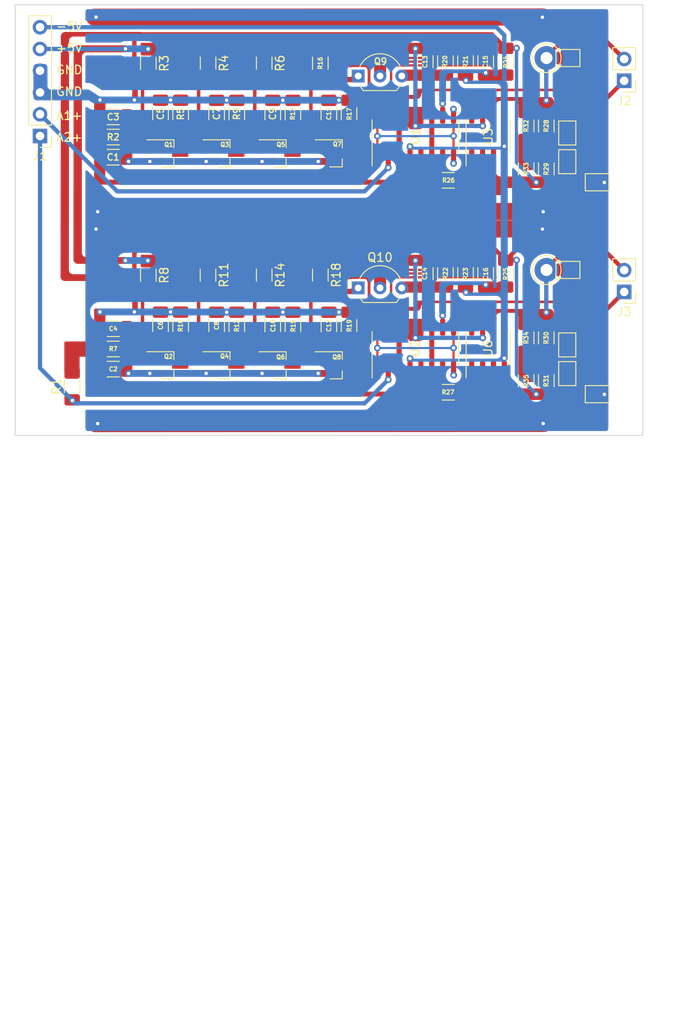
<source format=kicad_pcb>
(kicad_pcb (version 20211014) (generator pcbnew)
  (layers (0 "F.Cu" signal) (31 "B.Cu" signal) (34 "B.Paste" user) (35 "F.Paste" user) (36 "B.SilkS" user "B.Silkscreen") (37 "F.SilkS" user "F.Silkscreen") (38 "B.Mask" user) (39 "F.Mask" user) (44 "Edge.Cuts" user))
  (net 0 "")
  (net 1 "Net-(C1-Pad1)")
  (net 2 "Net-(C1-Pad2)")
  (net 3 "Net-(Q1-Pad1)")
  (net 4 "GNDA")
  (net 5 "Net-(C5-Pad1)")
  (net 6 "Net-(C7-Pad1)")
  (net 7 "Net-(C9-Pad1)")
  (net 8 "Net-(C11-Pad1)")
  (net 9 "+5V")
  (net 10 "Net-(C13-Pad2)")
  (net 11 "Net-(C15-Pad1)")
  (net 12 "Net-(C15-Pad2)")
  (net 13 "Net-(JP1-Pad1)")
  (net 14 "Net-(JP1-Pad2)")
  (net 15 "Net-(JP2-Pad2)")
  (net 16 "Net-(JP5-Pad1)")
  (net 17 "Net-(JP5-Pad2)")
  (net 18 "-5V")
  (net 19 "Net-(R26-Pad1)")
  (net 20 "Net-(R26-Pad2)")
  (net 21 "OSC")
  (net 25 "GND")
  (net 26 "Net-(C2-Pad1)")
  (net 27 "Net-(C2-Pad2)")
  (net 28 "Net-(C6-Pad1)")
  (net 29 "Net-(C8-Pad1)")
  (net 30 "Net-(C10-Pad1)")
  (net 31 "Net-(C12-Pad1)")
  (net 32 "Net-(C14-Pad2)")
  (net 33 "Net-(C16-Pad1)")
  (net 34 "Net-(C16-Pad2)")
  (net 35 "Net-(JP4-Pad1)")
  (net 36 "Net-(JP4-Pad2)")
  (net 37 "Net-(JP6-Pad2)")
  (net 38 "Net-(JP7-Pad1)")
  (net 39 "Net-(JP7-Pad2)")
  (net 40 "Net-(Q10-Pad1)")
  (net 41 "Net-(R27-Pad1)")
  (net 42 "Net-(R27-Pad2)")
  (net 46 "Net-(R1-Pad1)")
  (net 47 "Net-(U1-Pad2)")
  (net 48 "Net-(R28-Pad1)")
  (net 49 "Net-(R30-Pad1)")
  (footprint "Capacitor_SMD:C_1206_3216Metric_Pad1.33x1.80mm_HandSolder" (layer "F.Cu") (at 184.9 122.6475 -90)
    (fp_text reference "R35")
    (fp_text value "1")
  )
  (footprint "Capacitor_SMD:C_1206_3216Metric_Pad1.33x1.80mm_HandSolder" (layer "F.Cu") (at 173.125 110.1475 -90)
    (fp_text reference "C14")
    (fp_text value "220u")
  )
  (footprint "Capacitor_SMD:C_1206_3216Metric_Pad1.33x1.80mm_HandSolder" (layer "F.Cu") (at 175.475 110.1475 -90)
    (fp_text reference "R22")
    (fp_text value "1K3")
  )
  (footprint "Jumper:SolderJumper-2_P1.3mm_Open_TrianglePad1.0x1.5mm" (layer "F.Cu") (at 189.695 118.46 90)
    (fp_text reference "JP6" hide)
    (fp_text value "SolderJumper_2_Open")
  )
  (footprint "Capacitor_SMD:C_1206_3216Metric_Pad1.33x1.80mm_HandSolder" (layer "F.Cu") (at 147.775 85.575 -90)
    (fp_text reference "R4")
    (fp_text value "1K/N")
  )
  (footprint "Capacitor_SMD:C_1206_3216Metric_Pad1.33x1.80mm_HandSolder" (layer "F.Cu") (at 154.325 85.575 -90)
    (fp_text reference "R6")
    (fp_text value "1K/N")
  )
  (footprint "Jumper:SolderJumper-2_P1.3mm_Open_TrianglePad1.0x1.5mm" (layer "F.Cu") (at 189.775 84.975)
    (fp_text reference "JP5" hide)
    (fp_text value "SolderJumper_2_Open" hide)
  )
  (footprint "Capacitor_SMD:C_1206_3216Metric_Pad1.33x1.80mm_HandSolder" (layer "F.Cu") (at 164.225 91.4625 90)
    (fp_text reference "R17")
    (fp_text value "150" hide)
  )
  (footprint "Connector_PinHeader_2.54mm:PinHeader_1x02_P2.54mm_Vertical" (layer "F.Cu") (at 196.342 87.63 180)
    (fp_text reference "J2")
    (fp_text value "Conn_01x02_Male")
  )
  (footprint "Capacitor_SMD:C_1206_3216Metric_Pad1.33x1.80mm_HandSolder" (layer "F.Cu") (at 157.675 91.475 90)
    (fp_text reference "R13")
    (fp_text value "150" hide)
  )
  (footprint "Capacitor_SMD:C_1206_3216Metric_Pad1.33x1.80mm_HandSolder" (layer "F.Cu") (at 131.91 123.31 90)
    (fp_text reference "R1")
    (fp_text value "200")
  )
  (footprint "Capacitor_SMD:C_1206_3216Metric_Pad1.33x1.80mm_HandSolder" (layer "F.Cu") (at 187.25 92.9 -90)
    (fp_text reference "R28")
    (fp_text value "500" hide)
  )
  (footprint "Capacitor_SMD:C_1206_3216Metric_Pad1.33x1.80mm_HandSolder" (layer "F.Cu") (at 187.25 97.9125 -90)
    (fp_text reference "R29")
    (fp_text value "1")
  )
  (footprint "Package_TO_SOT_SMD:SOT-23_Handsoldering" (layer "F.Cu") (at 162.675 120.84)
    (fp_text reference "Q8")
    (fp_text value "2SK2394")
  )
  (footprint "Capacitor_SMD:C_1206_3216Metric_Pad1.33x1.80mm_HandSolder" (layer "F.Cu") (at 136.705 116.57 180)
    (fp_text reference "C4")
    (fp_text value "1n")
  )
  (footprint "Capacitor_SMD:C_1206_3216Metric_Pad1.33x1.80mm_HandSolder" (layer "F.Cu") (at 151.125 91.475 90)
    (fp_text reference "R9")
    (fp_text value "150" hide)
  )
  (footprint "Capacitor_SMD:C_1206_3216Metric_Pad1.33x1.80mm_HandSolder" (layer "F.Cu") (at 187.245 117.64 -90)
    (fp_text reference "R30")
    (fp_text value "500")
  )
  (footprint "Capacitor_SMD:C_1206_3216Metric_Pad1.33x1.80mm_HandSolder" (layer "F.Cu") (at 160.875 110.31 -90)
    (fp_text reference "R18")
    (fp_text value "1K/N")
  )
  (footprint "Capacitor_SMD:C_1206_3216Metric_Pad1.33x1.80mm_HandSolder" (layer "F.Cu") (at 177.825 110.1475 -90)
    (fp_text reference "R23")
    (fp_text value "1K")
  )
  (footprint "Jumper:SolderJumper-2_P1.3mm_Open_TrianglePad1.0x1.5mm" (layer "F.Cu") (at 189.7 93.725 90)
    (fp_text reference "JP2" hide)
    (fp_text value "SolderJumper_2_Open" hide)
  )
  (footprint "Package_TO_SOT_SMD:SOT-23_Handsoldering" (layer "F.Cu") (at 143.025 96.1)
    (fp_text reference "Q1")
    (fp_text value "2SK2394" hide)
  )
  (footprint "Capacitor_SMD:C_1206_3216Metric_Pad1.33x1.80mm_HandSolder" (layer "F.Cu") (at 147.765 110.31 -90)
    (fp_text reference "R11")
    (fp_text value "1K/N")
  )
  (footprint "Jumper:SolderJumper-2_P1.3mm_Open_TrianglePad1.0x1.5mm" (layer "F.Cu") (at 189.775 109.71)
    (fp_text reference "JP7" hide)
    (fp_text value "SolderJumper_2_Open" hide)
  )
  (footprint "Package_SO:SOIC-8_3.9x4.9mm_P1.27mm" (layer "F.Cu") (at 180.45 94.125 90)
    (fp_text reference "U3")
    (fp_text value "LT1097" hide)
  )
  (footprint "Capacitor_SMD:C_1206_3216Metric_Pad1.33x1.80mm_HandSolder" (layer "F.Cu") (at 140.8 85.5875 -90)
    (fp_text reference "R3")
    (fp_text value "1K/N")
  )
  (footprint "TestPoint:TestPoint_Loop_D2.60mm_Drill1.4mm_Beaded" (layer "F.Cu") (at 187.275 84.975)
    (fp_text reference "TP1" hide)
    (fp_text value "TestPoint" hide)
  )
  (footprint "Jumper:SolderJumper-2_P1.3mm_Open_TrianglePad1.0x1.5mm" (layer "F.Cu") (at 189.7 121.81 -90)
    (fp_text reference "JP4" hide)
    (fp_text value "SolderJumper_2_Open" hide)
  )
  (footprint "Package_TO_SOT_SMD:SOT-23_Handsoldering" (layer "F.Cu") (at 156.125 120.84)
    (fp_text reference "Q6")
    (fp_text value "2SK2394")
  )
  (footprint "Capacitor_SMD:C_1206_3216Metric_Pad1.33x1.80mm_HandSolder" (layer "F.Cu") (at 160.875 85.575 -90)
    (fp_text reference "R16")
    (fp_text value "1K/N" hide)
  )
  (footprint "Capacitor_SMD:C_1206_3216Metric_Pad1.33x1.80mm_HandSolder" (layer "F.Cu") (at 144.575 116.1925 90)
    (fp_text reference "R10")
    (fp_text value "150")
  )
  (footprint "Capacitor_SMD:C_1206_3216Metric_Pad1.33x1.80mm_HandSolder" (layer "F.Cu") (at 161.875 116.21 90)
    (fp_text reference "C12")
    (fp_text value "220u")
  )
  (footprint "Capacitor_SMD:C_1206_3216Metric_Pad1.33x1.80mm_HandSolder" (layer "F.Cu") (at 180.175 85.4125 -90)
    (fp_text reference "C15")
    (fp_text value "100n" hide)
  )
  (footprint "Package_SO:SOIC-16_3.9x9.9mm_P1.27mm" (layer "F.Cu") (at 171.98 94.125 90)
    (fp_text reference "U1")
    (fp_text value "DG413xY" hide)
  )
  (footprint "Capacitor_SMD:C_1206_3216Metric_Pad1.33x1.80mm_HandSolder" (layer "F.Cu") (at 155.325 91.475 90)
    (fp_text reference "C9")
    (fp_text value "220u" hide)
  )
  (footprint "Package_SO:SOIC-16_3.9x9.9mm_P1.27mm" (layer "F.Cu") (at 171.98 118.86 90)
    (fp_text reference "U2")
    (fp_text value "DG413xY")
  )
  (footprint "Jumper:SolderJumper-2_P1.3mm_Open_TrianglePad1.0x1.5mm" (layer "F.Cu") (at 193.2 124.21 180)
    (fp_text reference "JP3" hide)
    (fp_text value "SolderJumper_2_Open" hide)
  )
  (footprint "Capacitor_SMD:C_1206_3216Metric_Pad1.33x1.80mm_HandSolder" (layer "F.Cu") (at 180.175 110.1475 -90)
    (fp_text reference "C16")
    (fp_text value "100n" hide)
  )
  (footprint "Capacitor_SMD:C_1206_3216Metric_Pad1.33x1.80mm_HandSolder" (layer "F.Cu") (at 136.7 94.2 180)
    (fp_text reference "R2")
    (fp_text value "1M" hide)
  )
  (footprint "Capacitor_SMD:C_1206_3216Metric_Pad1.33x1.80mm_HandSolder" (layer "F.Cu") (at 187.25 122.6475 -90)
    (fp_text reference "R31")
    (fp_text value "1")
  )
  (footprint "Package_TO_SOT_SMD:SOT-23_Handsoldering" (layer "F.Cu") (at 143.025 120.835)
    (fp_text reference "Q2")
    (fp_text value "2SK2394")
  )
  (footprint "Jumper:SolderJumper-2_P1.3mm_Open_TrianglePad1.0x1.5mm" (layer "F.Cu") (at 193.2 99.475 180)
    (fp_text reference "JP3" hide)
    (fp_text value "SolderJumper_2_Open" hide)
  )
  (footprint "Package_TO_SOT_SMD:SOT-23_Handsoldering" (layer "F.Cu") (at 149.575 96.1)
    (fp_text reference "Q3")
    (fp_text value "2SK2394" hide)
  )
  (footprint "Connector_PinHeader_2.54mm:PinHeader_1x06_P2.54mm_Vertical" (layer "F.Cu") (at 128.16 94.08 180)
    (fp_text reference "J1")
    (fp_text value "Conn_01x06")
  )
  (footprint "Package_TO_SOT_SMD:SOT-23_Handsoldering" (layer "F.Cu") (at 162.675 96.1)
    (fp_text reference "Q7")
    (fp_text value "2SK2394" hide)
  )
  (footprint "Capacitor_SMD:C_1206_3216Metric_Pad1.33x1.80mm_HandSolder" (layer "F.Cu") (at 144.575 91.4625 90)
    (fp_text reference "R5")
    (fp_text value "150" hide)
  )
  (footprint "Capacitor_SMD:C_1206_3216Metric_Pad1.33x1.80mm_HandSolder" (layer "F.Cu") (at 142.225 91.4625 90)
    (fp_text reference "C5")
    (fp_text value "220u" hide)
  )
  (footprint "Capacitor_SMD:C_1206_3216Metric_Pad1.33x1.80mm_HandSolder" (layer "F.Cu") (at 177.825 85.4125 -90)
    (fp_text reference "R21")
    (fp_text value "1K" hide)
  )
  (footprint "Capacitor_SMD:C_1206_3216Metric_Pad1.33x1.80mm_HandSolder" (layer "F.Cu") (at 140.8 110.3225 -90)
    (fp_text reference "R8")
    (fp_text value "1K/N")
  )
  (footprint "Capacitor_SMD:C_1206_3216Metric_Pad1.33x1.80mm_HandSolder" (layer "F.Cu") (at 184.9 117.635 -90)
    (fp_text reference "R34")
    (fp_text value "10K" hide)
  )
  (footprint "Connector_PinHeader_2.54mm:PinHeader_1x02_P2.54mm_Vertical" (layer "F.Cu") (at 196.342 112.273 180)
    (fp_text reference "J3")
    (fp_text value "Conn_01x02_Male")
  )
  (footprint "Capacitor_SMD:C_1206_3216Metric_Pad1.33x1.80mm_HandSolder" (layer "F.Cu") (at 136.7 91.85 180)
    (fp_text reference "C3")
    (fp_text value "1n" hide)
  )
  (footprint "Package_TO_SOT_THT:TO-92L_Inline_Wide" (layer "F.Cu") (at 165.3 87.075)
    (fp_text reference "Q9")
    (fp_text value "BC559C")
  )
  (footprint "Capacitor_SMD:C_1206_3216Metric_Pad1.33x1.80mm_HandSolder" (layer "F.Cu") (at 148.775 116.21 90)
    (fp_text reference "C8")
    (fp_text value "220u")
  )
  (footprint "Capacitor_SMD:C_1206_3216Metric_Pad1.33x1.80mm_HandSolder" (layer "F.Cu") (at 164.225 116.21 90)
    (fp_text reference "R19")
    (fp_text value "150")
  )
  (footprint "Capacitor_SMD:C_1206_3216Metric_Pad1.33x1.80mm_HandSolder" (layer "F.Cu") (at 182.525 85.4 90)
    (fp_text reference "R24")
    (fp_text value "1M" hide)
  )
  (footprint "Capacitor_SMD:C_1206_3216Metric_Pad1.33x1.80mm_HandSolder" (layer "F.Cu") (at 175.475 85.4125 -90)
    (fp_text reference "R20")
    (fp_text value "1K3" hide)
  )
  (footprint "Capacitor_SMD:C_1206_3216Metric_Pad1.33x1.80mm_HandSolder" (layer "F.Cu") (at 154.325 110.31 -90)
    (fp_text reference "R14")
    (fp_text value "1K/N")
  )
  (footprint "Capacitor_SMD:C_1206_3216Metric_Pad1.33x1.80mm_HandSolder" (layer "F.Cu") (at 157.675 116.21 90)
    (fp_text reference "R15")
    (fp_text value "150")
  )
  (footprint "Capacitor_SMD:C_1206_3216Metric_Pad1.33x1.80mm_HandSolder" (layer "F.Cu") (at 161.875 91.475 90)
    (fp_text reference "C11")
    (fp_text value "220u" hide)
  )
  (footprint "Capacitor_SMD:C_1206_3216Metric_Pad1.33x1.80mm_HandSolder" (layer "F.Cu") (at 173.125 85.4125 -90)
    (fp_text reference "C13")
    (fp_text value "220u" hide)
  )
  (footprint "Capacitor_SMD:C_1206_3216Metric_Pad1.33x1.80mm_HandSolder" (layer "F.Cu") (at 184.9 97.9125 -90)
    (fp_text reference "R33")
    (fp_text value "1")
  )
  (footprint "Capacitor_SMD:C_1206_3216Metric_Pad1.33x1.80mm_HandSolder" (layer "F.Cu") (at 136.7 96.55)
    (fp_text reference "C1")
    (fp_text value "1u" hide)
  )
  (footprint "Capacitor_SMD:C_1206_3216Metric_Pad1.33x1.80mm_HandSolder" (layer "F.Cu") (at 151.125 116.21 90)
    (fp_text reference "R12")
    (fp_text value "150")
  )
  (footprint "Capacitor_SMD:C_1206_3216Metric_Pad1.33x1.80mm_HandSolder" (layer "F.Cu") (at 155.325 116.21 90)
    (fp_text reference "C10")
    (fp_text value "220u")
  )
  (footprint "Capacitor_SMD:C_1206_3216Metric_Pad1.33x1.80mm_HandSolder" (layer "F.Cu") (at 148.775 91.475 90)
    (fp_text reference "C7")
    (fp_text value "220u" hide)
  )
  (footprint "Capacitor_SMD:C_1206_3216Metric_Pad1.33x1.80mm_HandSolder" (layer "F.Cu") (at 175.8125 123.985 180)
    (fp_text reference "R27")
    (fp_text value "150")
  )
  (footprint "Package_SO:SOIC-8_3.9x4.9mm_P1.27mm" (layer "F.Cu") (at 180.45 118.86 90)
    (fp_text reference "U6")
    (fp_text value "LT1097")
  )
  (footprint "Capacitor_SMD:C_1206_3216Metric_Pad1.33x1.80mm_HandSolder" (layer "F.Cu") (at 175.8125 99.25 180)
    (fp_text reference "R26")
    (fp_text value "150" hide)
  )
  (footprint "Package_TO_SOT_THT:TO-92L_Inline_Wide" (layer "F.Cu") (at 165.3 111.81)
    (fp_text reference "Q10")
    (fp_text value "BC559C")
  )
  (footprint "TestPoint:TestPoint_Loop_D2.60mm_Drill1.4mm_Beaded" (layer "F.Cu") (at 187.275 109.71)
    (fp_text reference "TP2" hide)
    (fp_text value "TestPoint" hide)
  )
  (footprint "Capacitor_SMD:C_1206_3216Metric_Pad1.33x1.80mm_HandSolder" (layer "F.Cu") (at 184.9 92.9 -90)
    (fp_text reference "R32")
    (fp_text value "10K" hide)
  )
  (footprint "Jumper:SolderJumper-2_P1.3mm_Open_TrianglePad1.0x1.5mm" (layer "F.Cu") (at 189.7 97.075 -90)
    (fp_text reference "JP1" hide)
    (fp_text value "SolderJumper_2_Open" hide)
  )
  (footprint "Package_TO_SOT_SMD:SOT-23_Handsoldering" (layer "F.Cu") (at 149.575 120.835)
    (fp_text reference "Q4")
    (fp_text value "2SK2394")
  )
  (footprint "Capacitor_SMD:C_1206_3216Metric_Pad1.33x1.80mm_HandSolder" (layer "F.Cu") (at 136.7 118.935 180)
    (fp_text reference "R7")
    (fp_text value "1M")
  )
  (footprint "Capacitor_SMD:C_1206_3216Metric_Pad1.33x1.80mm_HandSolder" (layer "F.Cu") (at 182.515 110.15 90)
    (fp_text reference "R25")
    (fp_text value "1M")
  )
  (footprint "Package_TO_SOT_SMD:SOT-23_Handsoldering" (layer "F.Cu") (at 156.125 96.1)
    (fp_text reference "Q5")
    (fp_text value "2SK2394" hide)
  )
  (footprint "Capacitor_SMD:C_1206_3216Metric_Pad1.33x1.80mm_HandSolder" (layer "F.Cu") (at 136.7 121.285)
    (fp_text reference "C2")
    (fp_text value "1u")
  )
  (footprint "Capacitor_SMD:C_1206_3216Metric_Pad1.33x1.80mm_HandSolder" (layer "F.Cu") (at 142.225 116.1975 90)
    (fp_text reference "C6")
    (fp_text value "220u")
  )
  (gr_rect (start 198.51 129.011) (end 125.251 78.768) (layer "Edge.Cuts") (width 0.1) (fill none))
  (gr_text "A2+" (at 131.572 94.234) (layer "F.SilkS") (effects (font (size 1 1))))
  (gr_text "+5V" (at 131.572 83.82) (layer "F.SilkS") (effects (font (size 1 1))))
  (gr_text "A1+" (at 131.572 91.694) (layer "F.SilkS") (effects (font (size 1 1))))
  (gr_text "GND" (at 131.572 88.9) (layer "F.SilkS") (effects (font (size 1 1))))
  (gr_text "GND" (at 131.572 86.36) (layer "F.SilkS") (effects (font (size 1 1))))
  (gr_text "-5V" (at 131.572 81.28) (layer "F.SilkS") (effects (font (size 1 1))))
  (via (at 138.5 97.05) (size 0.8) (drill 0.4) (layers "F.Cu" "B.Cu") (net 2))
  (via (at 147.55 97.05) (size 0.8) (drill 0.4) (layers "F.Cu" "B.Cu") (net 2))
  (via (at 154.075 97.05) (size 0.8) (drill 0.4) (layers "F.Cu" "B.Cu") (net 2))
  (via (at 160.625 97.05) (size 0.8) (drill 0.4) (layers "F.Cu" "B.Cu") (net 2))
  (via (at 140.975 97.05) (size 0.8) (drill 0.4) (layers "F.Cu" "B.Cu") (net 2))
  (segment (start 147.775 87.1375) (end 147.775 87.35) (width 0.25) (layer "F.Cu") (net 3))
  (segment (start 147.775 87.35) (end 147.875 87.45) (width 0.25) (layer "F.Cu") (net 3))
  (segment (start 141.1 87.45) (end 140.8 87.15) (width 0.25) (layer "F.Cu") (net 3))
  (segment (start 164.2125 89.9125) (end 164.225 89.9) (width 0.25) (layer "F.Cu") (net 4))
  (segment (start 182.525 83.8375) (end 183.7625 83.8375) (width 0.25) (layer "F.Cu") (net 4))
  (segment (start 139.175 89.875) (end 139.175 82.855) (width 0.5) (layer "F.Cu") (net 4))
  (segment (start 148.775 89.9125) (end 151.125 89.9125) (width 0.25) (layer "F.Cu") (net 4))
  (segment (start 184.9 99.475) (end 186.075 99.475) (width 0.25) (layer "F.Cu") (net 4))
  (segment (start 175.825 123.135) (end 175.825 125.41) (width 0.25) (layer "F.Cu") (net 4))
  (segment (start 188.885 105.495) (end 188.885 99.475) (width 0.5) (layer "F.Cu") (net 4))
  (segment (start 144.575 114.635) (end 142.225 114.635) (width 0.25) (layer "F.Cu") (net 4))
  (segment (start 180.8975 82.21) (end 182.525 83.8375) (width 0.5) (layer "F.Cu") (net 4))
  (segment (start 196.342 112.273) (end 192.475 116.14) (width 0.5) (layer "F.Cu") (net 4))
  (segment (start 175.155 122.465) (end 175.825 123.135) (width 0.25) (layer "F.Cu") (net 4))
  (segment (start 164.2125 114.6475) (end 164.225 114.635) (width 0.25) (layer "F.Cu") (net 4))
  (segment (start 181.0225 107.07) (end 182.525 108.5725) (width 0.5) (layer "F.Cu") (net 4))
  (segment (start 187.37 107.01) (end 188.885 105.495) (width 0.5) (layer "F.Cu") (net 4))
  (segment (start 175.155 96.6) (end 175.155 97.73) (width 0.25) (layer "F.Cu") (net 4))
  (segment (start 148.775 114.6475) (end 151.125 114.6475) (width 0.25) (layer "F.Cu") (net 4))
  (segment (start 183.7625 83.8375) (end 183.775 83.825) (width 0.25) (layer "F.Cu") (net 4))
  (segment (start 161.875 89.9125) (end 164.2125 89.9125) (width 0.25) (layer "F.Cu") (net 4))
  (segment (start 192.475 99.475) (end 188.885 99.475) (width 0.5) (layer "F.Cu") (net 4))
  (segment (start 184.9 124.21) (end 186.075 124.21) (width 0.25) (layer "F.Cu") (net 4))
  (segment (start 184.0925 107.01) (end 187.37 107.01) (width 0.5) (layer "F.Cu") (net 4))
  (segment (start 175.155 97.73) (end 175.825 98.4) (width 0.25) (layer "F.Cu") (net 4))
  (segment (start 192.475 91.497) (end 192.475 99.475) (width 0.5) (layer "F.Cu") (net 4))
  (segment (start 182.525 108.5725) (end 183.7625 108.5725) (width 0.25) (layer "F.Cu") (net 4))
  (segment (start 139.175 107.73) (end 139.835 107.07) (width 0.5) (layer "F.Cu") (net 4))
  (segment (start 175.155 121.335) (end 175.155 122.465) (width 0.25) (layer "F.Cu") (net 4))
  (segment (start 186.075 99.475) (end 187.25 99.475) (width 0.25) (layer "F.Cu") (net 4))
  (segment (start 139.835 107.07) (end 181.0225 107.07) (width 0.5) (layer "F.Cu") (net 4))
  (segment (start 188.885 99.475) (end 187.25 99.475) (width 0.5) (layer "F.Cu") (net 4))
  (segment (start 192.475 124.21) (end 187.25 124.21) (width 0.25) (layer "F.Cu") (net 4))
  (segment (start 155.325 89.9125) (end 157.675 89.9125) (width 0.25) (layer "F.Cu") (net 4))
  (segment (start 139.175 82.855) (end 139.82 82.21) (width 0.5) (layer "F.Cu") (net 4))
  (segment (start 192.475 116.14) (end 192.475 124.21) (width 0.5) (layer "F.Cu") (net 4))
  (segment (start 139.175 114.61) (end 139.175 107.73) (width 0.5) (layer "F.Cu") (net 4))
  (segment (start 186.075 124.21) (end 187.25 124.21) (width 0.25) (layer "F.Cu") (net 4))
  (segment (start 139.82 82.21) (end 180.8975 82.21) (width 0.5) (layer "F.Cu") (net 4))
  (segment (start 175.825 98.4) (end 175.825 100.675) (width 0.25) (layer "F.Cu") (net 4))
  (segment (start 161.875 114.6475) (end 164.2125 114.6475) (width 0.25) (layer "F.Cu") (net 4))
  (segment (start 196.342 87.63) (end 192.475 91.497) (width 0.5) (layer "F.Cu") (net 4))
  (segment (start 182.515 108.5875) (end 184.0925 107.01) (width 0.5) (layer "F.Cu") (net 4))
  (segment (start 183.7625 108.5725) (end 183.775 108.56) (width 0.25) (layer "F.Cu") (net 4))
  (segment (start 144.575 89.9) (end 142.225 89.9) (width 0.25) (layer "F.Cu") (net 4))
  (segment (start 155.325 114.6475) (end 157.675 114.6475) (width 0.25) (layer "F.Cu") (net 4))
  (via (at 139.175 89.875) (size 0.8) (drill 0.4) (layers "F.Cu" "B.Cu") (net 4))
  (via (at 143.4 114.61) (size 0.8) (drill 0.4) (layers "F.Cu" "B.Cu") (net 4))
  (via (at 149.95 89.9) (size 0.8) (drill 0.4) (layers "F.Cu" "B.Cu") (net 4))
  (via (at 163.05 89.9) (size 0.8) (drill 0.4) (layers "F.Cu" "B.Cu") (net 4))
  (via (at 135.15 114.61) (size 0.8) (drill 0.4) (layers "F.Cu" "B.Cu") (net 4))
  (via (at 135.15 89.875) (size 0.8) (drill 0.4) (layers "F.Cu" "B.Cu") (net 4))
  (via (at 139.175 114.61) (size 0.8) (drill 0.4) (layers "F.Cu" "B.Cu") (net 4))
  (via (at 186.075 99.475) (size 0.8) (drill 0.4) (layers "F.Cu" "B.Cu") (net 4))
  (via (at 183.775 83.825) (size 0.8) (drill 0.4) (layers "F.Cu" "B.Cu") (net 4))
  (via (at 149.95 114.635) (size 0.8) (drill 0.4) (layers "F.Cu" "B.Cu") (net 4))
  (via (at 156.5 114.635) (size 0.8) (drill 0.4) (layers "F.Cu" "B.Cu") (net 4))
  (via (at 183.775 108.56) (size 0.8) (drill 0.4) (layers "F.Cu" "B.Cu") (net 4))
  (via (at 143.4 89.875) (size 0.8) (drill 0.4) (layers "F.Cu" "B.Cu") (net 4))
  (via (at 186.075 124.21) (size 0.8) (drill 0.4) (layers "F.Cu" "B.Cu") (net 4))
  (via (at 156.5 89.9) (size 0.8) (drill 0.4) (layers "F.Cu" "B.Cu") (net 4))
  (via (at 163.05 114.635) (size 0.8) (drill 0.4) (layers "F.Cu" "B.Cu") (net 4))
  (segment (start 183.775 83.825) (end 183.775 97.175) (width 0.4) (layer "B.Cu") (net 4))
  (segment (start 183.775 121.91) (end 186.075 124.21) (width 0.4) (layer "B.Cu") (net 4))
  (segment (start 183.775 108.56) (end 183.775 121.91) (width 0.4) (layer "B.Cu") (net 4))
  (segment (start 183.775 97.175) (end 186.075 99.475) (width 0.4) (layer "B.Cu") (net 4))
  (via (at 171.975 108.61) (size 0.8) (drill 0.4) (layers "F.Cu" "B.Cu") (net 9))
  (via (at 138.130909 83.898307) (size 0.8) (drill 0.4) (layers "F.Cu" "B.Cu") (net 9))
  (via (at 140.74 108.61) (size 0.8) (drill 0.4) (layers "F.Cu" "B.Cu") (net 9))
  (via (at 138.12 108.61) (size 0.8) (drill 0.4) (layers "F.Cu" "B.Cu") (net 9))
  (via (at 140.77 83.92) (size 0.8) (drill 0.4) (layers "F.Cu" "B.Cu") (net 9))
  (via (at 171.975 83.875) (size 0.8) (drill 0.4) (layers "F.Cu" "B.Cu") (net 9))
  (via (at 179.825 117.635) (size 0.8) (drill 0.4) (layers "F.Cu" "B.Cu") (net 9))
  (via (at 171.975 92.9) (size 0.8) (drill 0.4) (layers "F.Cu" "B.Cu") (net 9))
  (via (at 179.825 92.9) (size 0.8) (drill 0.4) (layers "F.Cu" "B.Cu") (net 9))
  (via (at 171.975 117.635) (size 0.8) (drill 0.4) (layers "F.Cu" "B.Cu") (net 9))
  (segment (start 138.130909 83.898307) (end 138.109216 83.92) (width 0.5) (layer "B.Cu") (net 9))
  (segment (start 171.975 117.635) (end 179.825 117.635) (width 0.5) (layer "B.Cu") (net 9))
  (segment (start 171.975 83.875) (end 171.975 92.9) (width 0.5) (layer "B.Cu") (net 9))
  (segment (start 171.975 108.61) (end 171.975 117.635) (width 0.5) (layer "B.Cu") (net 9))
  (segment (start 171.975 92.9) (end 179.825 92.9) (width 0.5) (layer "B.Cu") (net 9))
  (segment (start 138.109216 83.92) (end 128.16 83.92) (width 0.5) (layer "B.Cu") (net 9))
  (segment (start 175.155 90.305) (end 175.15 90.3) (width 0.25) (layer "F.Cu") (net 12))
  (segment (start 175.155 91.65) (end 175.155 90.305) (width 0.25) (layer "F.Cu") (net 12))
  (via (at 180.175 86.7) (size 0.8) (drill 0.4) (layers "F.Cu" "B.Cu") (net 12))
  (via (at 175.15 90.3) (size 0.8) (drill 0.4) (layers "F.Cu" "B.Cu") (net 12))
  (via (at 177.875 87.6) (size 0.8) (drill 0.4) (layers "F.Cu" "B.Cu") (net 18))
  (via (at 182.35 120.01) (size 0.8) (drill 0.4) (layers "F.Cu" "B.Cu") (net 18))
  (via (at 171.35 95.3) (size 0.8) (drill 0.4) (layers "F.Cu" "B.Cu") (net 18))
  (via (at 171.35 120.035) (size 0.8) (drill 0.4) (layers "F.Cu" "B.Cu") (net 18))
  (via (at 177.875 112.335) (size 0.8) (drill 0.4) (layers "F.Cu" "B.Cu") (net 18))
  (via (at 182.35 95.275) (size 0.8) (drill 0.4) (layers "F.Cu" "B.Cu") (net 18))
  (segment (start 128.16 81.38) (end 181.44 81.38) (width 0.5) (layer "B.Cu") (net 18))
  (segment (start 182.35 82.29) (end 182.35 95.275) (width 0.5) (layer "B.Cu") (net 18))
  (segment (start 181.44 81.38) (end 182.35 82.29) (width 0.5) (layer "B.Cu") (net 18))
  (segment (start 167.535 118.825) (end 167.535 116.385) (width 0.25) (layer "F.Cu") (net 21))
  (segment (start 176.41 94.09) (end 176.425 94.075) (width 0.25) (layer "F.Cu") (net 21))
  (segment (start 176.425 94.075) (end 176.425 91.65) (width 0.25) (layer "F.Cu") (net 21))
  (segment (start 167.535 121.335) (end 167.535 118.825) (width 0.25) (layer "F.Cu") (net 21))
  (segment (start 167.535 94.09) (end 167.535 91.65) (width 0.25) (layer "F.Cu") (net 21))
  (segment (start 176.425 121.335) (end 176.425 118.81) (width 0.25) (layer "F.Cu") (net 21))
  (segment (start 176.425 96.6) (end 176.425 94.075) (width 0.25) (layer "F.Cu") (net 21))
  (segment (start 176.41 118.825) (end 176.425 118.81) (width 0.25) (layer "F.Cu") (net 21))
  (segment (start 176.425 118.81) (end 176.425 116.385) (width 0.25) (layer "F.Cu") (net 21))
  (segment (start 167.535 96.6) (end 167.535 94.09) (width 0.25) (layer "F.Cu") (net 21))
  (via (at 176.44 121.99) (size 0.8) (drill 0.4) (layers "F.Cu" "B.Cu") (net 21))
  (via (at 176.425 118.81) (size 0.8) (drill 0.4) (layers "F.Cu" "B.Cu") (net 21))
  (via (at 176.425 94.075) (size 0.8) (drill 0.4) (layers "F.Cu" "B.Cu") (net 21))
  (via (at 167.535 118.825) (size 0.8) (drill 0.4) (layers "F.Cu" "B.Cu") (net 21))
  (via (at 176.42 90.94) (size 0.8) (drill 0.4) (layers "F.Cu" "B.Cu") (net 21))
  (via (at 176.43 97.27) (size 0.8) (drill 0.4) (layers "F.Cu" "B.Cu") (net 21))
  (via (at 167.535 94.09) (size 0.8) (drill 0.4) (layers "F.Cu" "B.Cu") (net 21))
  (segment (start 167.535 94.09) (end 176.41 94.09) (width 0.25) (layer "B.Cu") (net 21))
  (segment (start 167.535 118.825) (end 176.41 118.825) (width 0.25) (layer "B.Cu") (net 21))
  (segment (start 186.95 102.89) (end 134.89 102.91) (width 2) (layer "F.Cu") (net 25))
  (segment (start 134.8 104.945) (end 134.53 104.945) (width 2) (layer "F.Cu") (net 25))
  (segment (start 134.8 80.21) (end 134.53 80.21) (width 2) (layer "F.Cu") (net 25))
  (segment (start 186.95 127.625) (end 134.89 127.645) (width 2) (layer "F.Cu") (net 25))
  (segment (start 186.86 80.19) (end 134.8 80.21) (width 2) (layer "F.Cu") (net 25))
  (segment (start 134.89 127.645) (end 134.62 127.645) (width 2) (layer "F.Cu") (net 25))
  (segment (start 186.86 104.925) (end 134.8 104.945) (width 2) (layer "F.Cu") (net 25))
  (segment (start 134.89 102.91) (end 134.62 102.91) (width 2) (layer "F.Cu") (net 25))
  (via (at 186.89 127.645) (size 0.8) (drill 0.4) (layers "F.Cu" "B.Cu") (net 25))
  (via (at 134.7 104.935) (size 0.8) (drill 0.4) (layers "F.Cu" "B.Cu") (net 25))
  (via (at 186.8 104.945) (size 0.8) (drill 0.4) (layers "F.Cu" "B.Cu") (net 25))
  (via (at 134.7 80.2) (size 0.8) (drill 0.4) (layers "F.Cu" "B.Cu") (net 25))
  (via (at 186.89 102.91) (size 0.8) (drill 0.4) (layers "F.Cu" "B.Cu") (net 25))
  (via (at 134.89 102.91) (size 0.8) (drill 0.4) (layers "F.Cu" "B.Cu") (net 25))
  (via (at 134.89 127.645) (size 0.8) (drill 0.4) (layers "F.Cu" "B.Cu") (net 25))
  (via (at 186.8 80.21) (size 0.8) (drill 0.4) (layers "F.Cu" "B.Cu") (net 25))
  (via (at 194.025 124.235) (size 0.8) (drill 0.4) (layers "F.Cu" "B.Cu") (net 25))
  (via (at 194.025 99.5) (size 0.8) (drill 0.4) (layers "F.Cu" "B.Cu") (net 25))
  (via (at 140.975 121.785) (size 0.8) (drill 0.4) (layers "F.Cu" "B.Cu") (net 27))
  (via (at 154.075 121.785) (size 0.8) (drill 0.4) (layers "F.Cu" "B.Cu") (net 27))
  (via (at 147.55 121.785) (size 0.8) (drill 0.4) (layers "F.Cu" "B.Cu") (net 27))
  (via (at 160.625 121.785) (size 0.8) (drill 0.4) (layers "F.Cu" "B.Cu") (net 27))
  (via (at 138.5 121.785) (size 0.8) (drill 0.4) (layers "F.Cu" "B.Cu") (net 27))
  (segment (start 175.155 116.385) (end 175.155 115.04) (width 0.25) (layer "F.Cu") (net 34))
  (segment (start 175.155 115.04) (end 175.15 115.035) (width 0.25) (layer "F.Cu") (net 34))
  (via (at 175.15 115.035) (size 0.8) (drill 0.4) (layers "F.Cu" "B.Cu") (net 34))
  (via (at 180.175 111.435) (size 0.8) (drill 0.4) (layers "F.Cu" "B.Cu") (net 34))
  (segment (start 147.775 112.085) (end 147.875 112.185) (width 0.25) (layer "F.Cu") (net 40))
  (segment (start 141.1 112.185) (end 140.8 111.885) (width 0.25) (layer "F.Cu") (net 40))
  (segment (start 147.775 111.8725) (end 147.775 112.085) (width 0.25) (layer "F.Cu") (net 40))
  (via (at 168.8 122.51) (size 0.8) (drill 0.4) (layers "F.Cu" "B.Cu") (net 46))
  (via (at 131.94 124.95) (size 0.8) (drill 0.4) (layers "F.Cu" "B.Cu") (net 46))
  (segment (start 128.16 94.08) (end 128.16 121.17) (width 0.5) (layer "B.Cu") (net 46))
  (segment (start 128.16 121.17) (end 131.94 124.95) (width 0.5) (layer "B.Cu") (net 46))
  (segment (start 132.265 125.275) (end 166.035 125.275) (width 0.5) (layer "B.Cu") (net 46))
  (segment (start 131.94 124.95) (end 132.265 125.275) (width 0.5) (layer "B.Cu") (net 46))
  (segment (start 166.035 125.275) (end 168.8 122.51) (width 0.5) (layer "B.Cu") (net 46))
  (via (at 168.8 97.775) (size 0.8) (drill 0.4) (layers "F.Cu" "B.Cu") (net 47))
  (segment (start 166.035 100.54) (end 168.8 97.775) (width 0.5) (layer "B.Cu") (net 47))
  (segment (start 139.61 100.54) (end 166.035 100.54) (width 0.5) (layer "B.Cu") (net 47))
  (segment (start 137.16 100.54) (end 139.61 100.54) (width 0.5) (layer "B.Cu") (net 47))
  (segment (start 128.16 91.54) (end 137.16 100.54) (width 0.5) (layer "B.Cu") (net 47))
  (segment (start 194.056 82.804) (end 196.342 85.09) (width 0.5) (layer "F.Cu") (net 48))
  (segment (start 187.275 84.863604) (end 189.334604 82.804) (width 0.5) (layer "F.Cu") (net 48))
  (segment (start 187.275 84.975) (end 187.275 84.863604) (width 0.5) (layer "F.Cu") (net 48))
  (segment (start 189.334604 82.804) (end 194.056 82.804) (width 0.5) (layer "F.Cu") (net 48))
  (via (at 187.25 89.925) (size 0.8) (drill 0.4) (layers "F.Cu" "B.Cu") (net 48))
  (segment (start 187.25 85.125) (end 187.35 85.025) (width 0.5) (layer "B.Cu") (net 48))
  (segment (start 187.25 89.925) (end 187.25 85.125) (width 0.5) (layer "B.Cu") (net 48))
  (segment (start 193.797 107.188) (end 196.342 109.733) (width 0.5) (layer "F.Cu") (net 49))
  (segment (start 189.685604 107.188) (end 193.797 107.188) (width 0.5) (layer "F.Cu") (net 49))
  (segment (start 187.275 109.71) (end 187.275 109.598604) (width 0.5) (layer "F.Cu") (net 49))
  (segment (start 187.275 109.598604) (end 189.685604 107.188) (width 0.5) (layer "F.Cu") (net 49))
  (via (at 187.25 114.66) (size 0.8) (drill 0.4) (layers "F.Cu" "B.Cu") (net 49))
  (segment (start 187.25 109.86) (end 187.35 109.76) (width 0.5) (layer "B.Cu") (net 49))
  (segment (start 187.25 114.66) (end 187.25 109.86) (width 0.5) (layer "B.Cu") (net 49))
  (zone (net 12) (net_name "Net-(C15-Pad2)") (layer "F.Cu") (connect_pads yes (clearance 0.5)) (min_thickness 0.254) (fill yes (thermal_gap 0.508) (thermal_bridge_width 0.508))
    (polygon (pts (xy 182.975 86.3) (xy 182.975 87.625) (xy 179.525 87.625) (xy 179.525 86.3)))
  )
  (zone (net 4) (net_name "GNDA") (layer "F.Cu") (priority 3) (connect_pads yes (clearance 0.3)) (min_thickness 0.254) (fill yes (thermal_gap 0.508) (thermal_bridge_width 0.508) (smoothing fillet) (radius 0.4))
    (polygon (pts (xy 139.125274 89.701816) (xy 138.849987 89.701747) (xy 138.84993 90.226569) (xy 139.574904 90.22658) (xy 139.575127 86.051396) (xy 139.849998 86.051486) (xy 166.400031 86.060135) (xy 166.399992 88.551799) (xy 165.874998 88.551802) (xy 165.875075 98.101626) (xy 165.625004 98.101794) (xy 136.590292 98.121327) (xy 136.587021 98.425749) (xy 166.174962 98.402627) (xy 166.175704 88.821327) (xy 166.450349 88.821327) (xy 169.27206 88.823922) (xy 169.274916 85.975) (xy 181.492019 85.954398) (xy 181.492166 85.7) (xy 169 85.7) (xy 169 88.546327) (xy 166.725 88.546327) (xy 166.725075 85.099965) (xy 176.47151 85.095198) (xy 176.471376 84.83114) (xy 166.400216 84.835854) (xy 166.4 85.649996) (xy 139.125789 85.656276)))
  )
  (zone (net 27) (net_name "Net-(C2-Pad2)") (layer "F.Cu") (priority 3) (connect_pads yes (clearance 0.75)) (min_thickness 0.254) (fill yes (thermal_gap 0.508) (thermal_bridge_width 0.508) (smoothing fillet) (radius 0.4))
    (polygon (pts (xy 138.925 121.86) (xy 137.6 121.86) (xy 137.6 116.21) (xy 138.925 116.21)))
  )
  (zone (net 40) (net_name "Net-(Q10-Pad1)") (layer "F.Cu") (priority 3) (connect_pads yes (clearance 0.25)) (min_thickness 0.254) (fill yes (thermal_gap 0.508) (thermal_bridge_width 0.508) (smoothing fillet) (radius 0.4))
    (polygon (pts (xy 149.675 112.5225) (xy 146.875 112.5225) (xy 146.875 119.4975) (xy 149.025 119.4975) (xy 149.025 120.2725) (xy 146.475 120.2725) (xy 146.475 111.9225) (xy 149.675 111.9225)))
  )
  (zone (net 34) (net_name "Net-(C16-Pad2)") (layer "F.Cu") (connect_pads yes (clearance 0.5)) (min_thickness 0.254) (fill yes (thermal_gap 0.508) (thermal_bridge_width 0.508))
    (polygon (pts (xy 182.975 111.035) (xy 182.975 112.36) (xy 179.525 112.36) (xy 179.525 111.035)))
  )
  (zone (net 7) (net_name "Net-(C9-Pad1)") (layer "F.Cu") (priority 3) (connect_pads yes (clearance 0.75)) (min_thickness 0.254) (fill yes (thermal_gap 0.508) (thermal_bridge_width 0.508) (smoothing fillet) (radius 0.4))
    (polygon (pts (xy 158.575 93.7) (xy 158.575 96.5) (xy 156.675 96.5) (xy 156.675 93.7) (xy 154.425 93.7) (xy 154.425 92.375) (xy 158.575 92.375)))
  )
  (zone (net 8) (net_name "Net-(C11-Pad1)") (layer "F.Cu") (priority 3) (connect_pads yes (clearance 0.75)) (min_thickness 0.254) (fill yes (thermal_gap 0.508) (thermal_bridge_width 0.508) (smoothing fillet) (radius 0.4))
    (polygon (pts (xy 165.125 93.7) (xy 165.125 96.5) (xy 163.225 96.5) (xy 163.225 93.7) (xy 160.975 93.7) (xy 160.975 92.375) (xy 165.125 92.375)))
  )
  (zone (net 9) (net_name "+5V") (layer "F.Cu") (connect_pads yes (clearance 0.3)) (min_thickness 0.254) (fill yes (thermal_gap 0.508) (thermal_bridge_width 0.508))
    (polygon (pts (xy 176.25 107.935) (xy 176.25 109.235) (xy 139.9 109.235) (xy 139.9 107.935)))
  )
  (zone (net 26) (net_name "Net-(C2-Pad1)") (layer "F.Cu") (priority 3) (connect_pads yes (clearance 0.5)) (min_thickness 0.254) (fill yes (thermal_gap 0.508) (thermal_bridge_width 0.508) (smoothing fillet) (radius 0.4))
    (polygon (pts (xy 134.475 120.81) (xy 135.775 120.835) (xy 135.775 123.91) (xy 169.775 123.91) (xy 169.775 115.835) (xy 170.375 115.835) (xy 170.375 124.485) (xy 134.475 124.485)))
  )
  (zone (net 4) (net_name "GNDA") (layer "F.Cu") (connect_pads yes (clearance 0.5)) (min_thickness 0.254) (fill yes (thermal_gap 0.508) (thermal_bridge_width 0.508))
    (polygon (pts (xy 135.799071 119.845993) (xy 132.779071 119.840993) (xy 132.77 121.715) (xy 130.995 121.715) (xy 130.995 118.06) (xy 134.49 118.05) (xy 134.475 114.21) (xy 135.8 114.21)))
  )
  (zone (net 28) (net_name "Net-(C6-Pad1)") (layer "F.Cu") (priority 3) (connect_pads yes (clearance 0.25)) (min_thickness 0.254) (fill yes (thermal_gap 0.508) (thermal_bridge_width 0.508) (smoothing fillet) (radius 0.4))
    (polygon (pts (xy 145.475 118.41) (xy 145.475 121.235) (xy 143.575 121.235) (xy 143.575 118.41) (xy 141.325 118.41) (xy 141.325 117.11) (xy 145.475 117.11)))
  )
  (zone (net 10) (net_name "Net-(C13-Pad2)") (layer "F.Cu") (priority 3) (connect_pads yes (clearance 0.3)) (min_thickness 0.254) (fill yes (thermal_gap 0.508) (thermal_bridge_width 0.508) (smoothing fillet) (radius 0.5))
    (polygon (pts (xy 176.375 87.625) (xy 172.25 87.625) (xy 171.125 87.625) (xy 169.875 87.625) (xy 169.875 86.325) (xy 176.375 86.325)))
  )
  (zone (net 29) (net_name "Net-(C8-Pad1)") (layer "F.Cu") (priority 3) (connect_pads yes (clearance 0.75)) (min_thickness 0.254) (fill yes (thermal_gap 0.508) (thermal_bridge_width 0.508) (smoothing fillet) (radius 0.4))
    (polygon (pts (xy 152.025 118.435) (xy 152.025 121.235) (xy 150.125 121.235) (xy 150.125 118.435) (xy 147.875 118.435) (xy 147.875 117.11) (xy 152.025 117.11)))
  )
  (zone (net 6) (net_name "Net-(C7-Pad1)") (layer "F.Cu") (priority 3) (connect_pads yes (clearance 0.75)) (min_thickness 0.254) (fill yes (thermal_gap 0.508) (thermal_bridge_width 0.508) (smoothing fillet) (radius 0.4))
    (polygon (pts (xy 152.025 93.7) (xy 152.025 96.5) (xy 150.125 96.5) (xy 150.125 93.7) (xy 147.875 93.7) (xy 147.875 92.375) (xy 152.025 92.375)))
  )
  (zone (net 40) (net_name "Net-(Q10-Pad1)") (layer "F.Cu") (priority 3) (connect_pads yes (clearance 0.25)) (min_thickness 0.254) (fill yes (thermal_gap 0.508) (thermal_bridge_width 0.508) (smoothing fillet) (radius 0.4))
    (polygon (pts (xy 166.025 112.535) (xy 140.325 112.535) (xy 140.325 119.485) (xy 142.475 119.485) (xy 142.475 120.285) (xy 139.925 120.285) (xy 139.925 111.91) (xy 150.3 111.91) (xy 164.65 111.91) (xy 164.65 111.41) (xy 166.025 111.41)))
  )
  (zone (net 4) (net_name "GNDA") (layer "F.Cu") (connect_pads yes (clearance 0.3)) (min_thickness 0.254) (fill yes (thermal_gap 0.508) (thermal_bridge_width 0.508) (smoothing fillet) (radius 0.5))
    (polygon (pts (xy 181.375 123.535) (xy 188.15 123.535) (xy 188.15 124.885) (xy 182.4 124.885) (xy 182.4 125.71) (xy 172.325 125.71) (xy 172.325 120.86) (xy 172.9 120.86) (xy 172.9 125.270008) (xy 180.8 125.270008) (xy 180.8 121.21) (xy 181.375 121.21)))
  )
  (zone (net 42) (net_name "Net-(R27-Pad2)") (layer "F.Cu") (connect_pads yes (clearance 0.5)) (min_thickness 0.254) (fill yes (thermal_gap 0.508) (thermal_bridge_width 0.508) (smoothing fillet) (radius 0.5))
    (polygon (pts (xy 174.175 123.085) (xy 174.9 123.085) (xy 174.9 124.885) (xy 173.6 124.885) (xy 173.6 116.01) (xy 174.175 116.01)))
  )
  (zone (net 41) (net_name "Net-(R27-Pad1)") (layer "F.Cu") (connect_pads yes (clearance 0.3)) (min_thickness 0.254) (fill yes (thermal_gap 0.508) (thermal_bridge_width 0.508) (smoothing fillet) (radius 0.5))
    (polygon (pts (xy 180.1 123.085) (xy 180.1 124.885) (xy 176.725 124.885) (xy 176.725 123.085) (xy 179.525 123.085) (xy 179.525 122.66) (xy 179.525 121.66) (xy 180.1 121.66)))
  )
  (zone (net 30) (net_name "Net-(C10-Pad1)") (layer "F.Cu") (priority 3) (connect_pads yes (clearance 0.75)) (min_thickness 0.254) (fill yes (thermal_gap 0.508) (thermal_bridge_width 0.508) (smoothing fillet) (radius 0.4))
    (polygon (pts (xy 158.575 118.435) (xy 158.575 121.235) (xy 156.675 121.235) (xy 156.675 118.435) (xy 154.425 118.435) (xy 154.425 117.11) (xy 158.575 117.11)))
  )
  (zone (net 3) (net_name "Net-(Q1-Pad1)") (layer "F.Cu") (priority 3) (connect_pads yes (clearance 0.25)) (min_thickness 0.254) (fill yes (thermal_gap 0.508) (thermal_bridge_width 0.508) (smoothing fillet) (radius 0.4))
    (polygon (pts (xy 156.225 87.7625) (xy 153.425 87.7625) (xy 153.425 94.7625) (xy 155.575 94.7625) (xy 155.575 95.5375) (xy 153.025 95.5375) (xy 153.025 87.2125) (xy 156.225 87.2125)))
  )
  (zone (net 37) (net_name "Net-(JP6-Pad2)") (layer "F.Cu") (connect_pads yes (clearance 0.5)) (min_thickness 0.254) (fill yes (thermal_gap 0.508) (thermal_bridge_width 0.508) (smoothing fillet) (radius 0.5))
    (polygon (pts (xy 189.65 118.06) (xy 188.95 118.06) (xy 188.95 117.785) (xy 188.15 117.785) (xy 188.15 120.91) (xy 186.35 120.91) (xy 186.35 117.46) (xy 188.95 117.46) (xy 188.95 117.235) (xy 189.65 117.235)))
  )
  (zone (net 33) (net_name "Net-(C16-Pad1)") (layer "F.Cu") (priority 3) (connect_pads yes (clearance 0.3)) (min_thickness 0.254) (fill yes (thermal_gap 0.508) (thermal_bridge_width 0.508) (smoothing fillet) (radius 0.5))
    (polygon (pts (xy 181.05 110.26) (xy 168.55 110.26) (xy 168.55 111.91) (xy 167.15 111.91) (xy 167.15 109.985) (xy 176.95 109.985) (xy 176.95 107.935) (xy 181.05 107.935)))
  )
  (zone (net 9) (net_name "+5V") (layer "F.Cu") (connect_pads yes (clearance 0.3)) (min_thickness 0.254) (fill yes (thermal_gap 0.508) (thermal_bridge_width 0.508) (smoothing fillet) (radius 0.5))
    (polygon (pts (xy 172.9 93.3) (xy 171.05 93.3) (xy 171.05 90.675) (xy 172.9 90.675)))
  )
  (zone (net 3) (net_name "Net-(Q1-Pad1)") (layer "F.Cu") (priority 3) (connect_pads yes (clearance 0.25)) (min_thickness 0.254) (fill yes (thermal_gap 0.508) (thermal_bridge_width 0.508) (smoothing fillet) (radius 0.4))
    (polygon (pts (xy 166.025 87.8) (xy 140.325 87.8) (xy 140.325 94.75) (xy 142.475 94.75) (xy 142.475 95.55) (xy 139.925 95.55) (xy 139.925 87.175) (xy 150.3 87.175) (xy 164.65 87.175) (xy 164.65 86.675) (xy 166.025 86.675)))
  )
  (zone (net 11) (net_name "Net-(C15-Pad1)") (layer "F.Cu") (priority 3) (connect_pads yes (clearance 0.3)) (min_thickness 0.254) (fill yes (thermal_gap 0.508) (thermal_bridge_width 0.508) (smoothing fillet) (radius 0.5))
    (polygon (pts (xy 181.05 85.525) (xy 168.55 85.525) (xy 168.55 87.175) (xy 167.15 87.175) (xy 167.15 85.25) (xy 176.95 85.25) (xy 176.95 83.2) (xy 181.05 83.2)))
  )
  (zone (net 3) (net_name "Net-(Q1-Pad1)") (layer "F.Cu") (priority 3) (connect_pads yes (clearance 0.25)) (min_thickness 0.254) (fill yes (thermal_gap 0.508) (thermal_bridge_width 0.508) (smoothing fillet) (radius 0.4))
    (polygon (pts (xy 149.675 87.7875) (xy 146.875 87.7875) (xy 146.875 94.7625) (xy 149.025 94.7625) (xy 149.025 95.5375) (xy 146.475 95.5375) (xy 146.475 87.1875) (xy 149.675 87.1875)))
  )
  (zone (net 9) (net_name "+5V") (layer "F.Cu") (connect_pads yes (clearance 0.3)) (min_thickness 0.254) (fill yes (thermal_gap 0.508) (thermal_bridge_width 0.508) (smoothing fillet) (radius 0.5))
    (polygon (pts (xy 172.9 118.035) (xy 171.05 118.035) (xy 171.05 115.41) (xy 172.9 115.41)))
  )
  (zone (net 31) (net_name "Net-(C12-Pad1)") (layer "F.Cu") (priority 3) (connect_pads yes (clearance 0.75)) (min_thickness 0.254) (fill yes (thermal_gap 0.508) (thermal_bridge_width 0.508) (smoothing fillet) (radius 0.4))
    (polygon (pts (xy 165.125 118.435) (xy 165.125 121.235) (xy 163.225 121.235) (xy 163.225 118.435) (xy 160.975 118.435) (xy 160.975 117.11) (xy 165.125 117.11)))
  )
  (zone (net 9) (net_name "+5V") (layer "F.Cu") (priority 1) (connect_pads (clearance 0.3)) (min_thickness 0.254) (fill yes (thermal_gap 0.508) (thermal_bridge_width 0.508) (smoothing fillet) (radius 0.5))
    (polygon (pts (xy 138.48 83.49) (xy 138.470003 84.31) (xy 133.049579 84.309874) (xy 133.039576 108.209874) (xy 138.51 108.21) (xy 138.51 109) (xy 132.06 109) (xy 132.08 83.49)))
  )
  (zone (net 4) (net_name "GNDA") (layer "F.Cu") (connect_pads yes (clearance 0.3)) (min_thickness 0.254) (fill yes (thermal_gap 0.508) (thermal_bridge_width 0.508) (smoothing fillet) (radius 0.5))
    (polygon (pts (xy 181.375 98.8) (xy 188.15 98.8) (xy 188.15 100.15) (xy 182.4 100.15) (xy 182.4 100.975) (xy 172.325 100.975) (xy 172.325 96.125) (xy 172.9 96.125) (xy 172.9 100.535008) (xy 180.8 100.535008) (xy 180.8 96.475) (xy 181.375 96.475)))
  )
  (zone (net 1) (net_name "Net-(C1-Pad1)") (layer "F.Cu") (priority 3) (connect_pads yes (clearance 0.5)) (min_thickness 0.254) (fill yes (thermal_gap 0.508) (thermal_bridge_width 0.508) (smoothing fillet) (radius 0.4))
    (polygon (pts (xy 134.475 96.075) (xy 135.775 96.1) (xy 135.775 99.175) (xy 169.775 99.175) (xy 169.775 91.1) (xy 170.375 91.1) (xy 170.375 99.75) (xy 134.475 99.75)))
  )
  (zone (net 48) (net_name "Net-(R28-Pad1)") (layer "F.Cu") (connect_pads yes (clearance 0.5)) (min_thickness 0.254) (fill yes (thermal_gap 0.508) (thermal_bridge_width 0.508) (smoothing fillet) (radius 0.5))
    (polygon (pts (xy 188.125 91.8) (xy 184 91.8) (xy 184 89.975) (xy 181.375 89.975) (xy 181.375 92.175) (xy 180.8 92.175) (xy 180.8 89.525) (xy 188.125 89.525)))
  )
  (zone (net 13) (net_name "Net-(JP1-Pad1)") (layer "F.Cu") (connect_pads yes (clearance 0.5)) (min_thickness 0.254) (fill yes (thermal_gap 0.508) (thermal_bridge_width 0.508) (smoothing fillet) (radius 0.5))
    (polygon (pts (xy 191.83727 96.621739) (xy 188.950439 96.621845) (xy 188.950341 94.125095) (xy 191.35 94.125) (xy 191.35 88.85) (xy 172.624932 88.850042) (xy 172.624847 89.748208) (xy 169.099915 89.747874) (xy 169.10003 92.397888) (xy 168.525 92.4) (xy 168.525111 89.274782) (xy 172.000094 89.274393) (xy 172.000013 88.549502) (xy 191.836517 88.547302)))
  )
  (zone (net 4) (net_name "GNDA") (layer "F.Cu") (connect_pads yes (clearance 0.5)) (min_thickness 0.254) (fill yes (thermal_gap 0.508) (thermal_bridge_width 0.508))
    (polygon (pts (xy 135.8 94.55) (xy 134.475 94.55) (xy 134.475 89.475) (xy 135.8 89.475)))
  )
  (zone (net 5) (net_name "Net-(C5-Pad1)") (layer "F.Cu") (priority 3) (connect_pads yes (clearance 0.25)) (min_thickness 0.254) (fill yes (thermal_gap 0.508) (thermal_bridge_width 0.508) (smoothing fillet) (radius 0.4))
    (polygon (pts (xy 145.475 93.675) (xy 145.475 96.5) (xy 143.575 96.5) (xy 143.575 93.675) (xy 141.325 93.675) (xy 141.325 92.375) (xy 145.475 92.375)))
  )
  (zone (net 49) (net_name "Net-(R30-Pad1)") (layer "F.Cu") (connect_pads yes (clearance 0.5)) (min_thickness 0.254) (fill yes (thermal_gap 0.508) (thermal_bridge_width 0.508) (smoothing fillet) (radius 0.5))
    (polygon (pts (xy 188.125 116.535) (xy 184 116.535) (xy 184 114.71) (xy 181.375 114.71) (xy 181.375 116.91) (xy 180.8 116.91) (xy 180.8 114.26) (xy 188.125 114.26)))
  )
  (zone (net 40) (net_name "Net-(Q10-Pad1)") (layer "F.Cu") (priority 3) (connect_pads yes (clearance 0.25)) (min_thickness 0.254) (fill yes (thermal_gap 0.508) (thermal_bridge_width 0.508) (smoothing fillet) (radius 0.4))
    (polygon (pts (xy 161.475 112.5225) (xy 159.975 112.5225) (xy 159.975 119.4975) (xy 162.125 119.4975) (xy 162.125 120.2725) (xy 159.575 120.2725) (xy 159.575 111.9225) (xy 161.475 111.9225)))
  )
  (zone (net 14) (net_name "Net-(JP1-Pad2)") (layer "F.Cu") (connect_pads yes (clearance 0.5)) (min_thickness 0.254) (fill yes (thermal_gap 0.508) (thermal_bridge_width 0.508) (smoothing fillet) (radius 0.5))
    (polygon (pts (xy 184 94.05) (xy 185.8 94.05) (xy 185.8 97.75) (xy 187.375 97.75) (xy 188.95 97.75) (xy 188.95 97.475) (xy 190.025 97.475) (xy 190.025 97.75) (xy 190.025 98.3) (xy 188.95 98.3) (xy 188.95 98.05) (xy 184 98.05)))
  )
  (zone (net 4) (net_name "GNDA") (layer "F.Cu") (priority 3) (connect_pads yes (clearance 0.3)) (min_thickness 0.254) (fill yes (thermal_gap 0.508) (thermal_bridge_width 0.508) (smoothing fillet) (radius 0.4))
    (polygon (pts (xy 139.125274 114.436816) (xy 138.849987 114.436747) (xy 138.84993 114.961569) (xy 139.574904 114.96158) (xy 139.575127 110.786396) (xy 139.849998 110.786486) (xy 166.400031 110.795135) (xy 166.399992 113.286799) (xy 165.874998 113.286802) (xy 165.875075 122.836626) (xy 165.625004 122.836794) (xy 136.590292 122.856327) (xy 136.587021 123.160749) (xy 166.174962 123.137627) (xy 166.175704 113.556327) (xy 166.450349 113.556327) (xy 169.27206 113.558922) (xy 169.274916 110.71) (xy 181.492019 110.689398) (xy 181.492166 110.435) (xy 169 110.435) (xy 169 113.281327) (xy 166.725 113.281327) (xy 166.725075 109.834965) (xy 176.47151 109.830198) (xy 176.471376 109.56614) (xy 166.400216 109.570854) (xy 166.4 110.384996) (xy 139.125789 110.391276)))
  )
  (zone (net 20) (net_name "Net-(R26-Pad2)") (layer "F.Cu") (connect_pads yes (clearance 0.5)) (min_thickness 0.254) (fill yes (thermal_gap 0.508) (thermal_bridge_width 0.508) (smoothing fillet) (radius 0.5))
    (polygon (pts (xy 174.175 98.35) (xy 174.9 98.35) (xy 174.9 100.15) (xy 173.6 100.15) (xy 173.6 91.275) (xy 174.175 91.275)))
  )
  (zone (net 32) (net_name "Net-(C14-Pad2)") (layer "F.Cu") (priority 3) (connect_pads yes (clearance 0.3)) (min_thickness 0.254) (fill yes (thermal_gap 0.508) (thermal_bridge_width 0.508) (smoothing fillet) (radius 0.5))
    (polygon (pts (xy 176.375 112.36) (xy 172.25 112.36) (xy 171.125 112.36) (xy 169.875 112.36) (xy 169.875 111.06) (xy 176.375 111.06)))
  )
  (zone (net 19) (net_name "Net-(R26-Pad1)") (layer "F.Cu") (connect_pads yes (clearance 0.3)) (min_thickness 0.254) (fill yes (thermal_gap 0.508) (thermal_bridge_width 0.508) (smoothing fillet) (radius 0.5))
    (polygon (pts (xy 180.1 98.35) (xy 180.1 100.15) (xy 176.725 100.15) (xy 176.725 98.35) (xy 179.525 98.35) (xy 179.525 97.925) (xy 179.525 96.925) (xy 180.1 96.925)))
  )
  (zone (net 35) (net_name "Net-(JP4-Pad1)") (layer "F.Cu") (connect_pads yes (clearance 0.5)) (min_thickness 0.254) (fill yes (thermal_gap 0.508) (thermal_bridge_width 0.508) (smoothing fillet) (radius 0.5))
    (polygon (pts (xy 191.83727 121.356739) (xy 188.950439 121.356845) (xy 188.950341 118.860095) (xy 191.35 118.86) (xy 191.35 113.585) (xy 172.624932 113.585042) (xy 172.624847 114.483208) (xy 169.099915 114.482874) (xy 169.10003 117.132888) (xy 168.525 117.135) (xy 168.525111 114.009782) (xy 172.000094 114.009393) (xy 172.000013 113.284502) (xy 191.836517 113.282302)))
  )
  (zone (net 3) (net_name "Net-(Q1-Pad1)") (layer "F.Cu") (priority 3) (connect_pads yes (clearance 0.25)) (min_thickness 0.254) (fill yes (thermal_gap 0.508) (thermal_bridge_width 0.508) (smoothing fillet) (radius 0.4))
    (polygon (pts (xy 161.475 87.7875) (xy 159.975 87.7875) (xy 159.975 94.7625) (xy 162.125 94.7625) (xy 162.125 95.5375) (xy 159.575 95.5375) (xy 159.575 87.1875) (xy 161.475 87.1875)))
  )
  (zone (net 36) (net_name "Net-(JP4-Pad2)") (layer "F.Cu") (connect_pads yes (clearance 0.5)) (min_thickness 0.254) (fill yes (thermal_gap 0.508) (thermal_bridge_width 0.508) (smoothing fillet) (radius 0.5))
    (polygon (pts (xy 184 118.785) (xy 185.8 118.785) (xy 185.8 122.485) (xy 187.375 122.485) (xy 188.95 122.485) (xy 188.95 122.21) (xy 190.025 122.21) (xy 190.025 122.485) (xy 190.025 123.035) (xy 188.95 123.035) (xy 188.95 122.785) (xy 184 122.785)))
  )
  (zone (net 9) (net_name "+5V") (layer "F.Cu") (connect_pads yes (clearance 0.3)) (min_thickness 0.254) (fill yes (thermal_gap 0.508) (thermal_bridge_width 0.508))
    (polygon (pts (xy 176.25 83.2) (xy 176.25 84.5) (xy 139.9 84.5) (xy 139.9 83.2)))
  )
  (zone (net 40) (net_name "Net-(Q10-Pad1)") (layer "F.Cu") (priority 3) (connect_pads yes (clearance 0.25)) (min_thickness 0.254) (fill yes (thermal_gap 0.508) (thermal_bridge_width 0.508) (smoothing fillet) (radius 0.4))
    (polygon (pts (xy 156.225 112.4975) (xy 153.425 112.4975) (xy 153.425 119.4975) (xy 155.575 119.4975) (xy 155.575 120.2725) (xy 153.025 120.2725) (xy 153.025 111.9475) (xy 156.225 111.9475)))
  )
  (zone (net 2) (net_name "Net-(C1-Pad2)") (layer "F.Cu") (priority 3) (connect_pads yes (clearance 0.75)) (min_thickness 0.254) (fill yes (thermal_gap 0.508) (thermal_bridge_width 0.508) (smoothing fillet) (radius 0.4))
    (polygon (pts (xy 138.925 97.125) (xy 137.6 97.125) (xy 137.6 91.475) (xy 138.925 91.475)))
  )
  (zone (net 4) (net_name "GNDA") (layer "F.Cu") (priority 1) (connect_pads (clearance 0.3)) (min_thickness 0.254) (fill yes (thermal_gap 0.508) (thermal_bridge_width 0.508) (smoothing fillet) (radius 0.5))
    (polygon (pts (xy 140.142705 81.930763) (xy 140.134567 82.464306) (xy 131.55 82.47) (xy 131.53 110.21) (xy 139.420424 110.210126) (xy 139.420424 111.000126) (xy 130.550424 111.000126) (xy 130.59 81.93)))
  )
  (zone (net 15) (net_name "Net-(JP2-Pad2)") (layer "F.Cu") (connect_pads yes (clearance 0.5)) (min_thickness 0.254) (fill yes (thermal_gap 0.508) (thermal_bridge_width 0.508) (smoothing fillet) (radius 0.5))
    (polygon (pts (xy 189.65 93.325) (xy 188.95 93.325) (xy 188.95 93.05) (xy 188.15 93.05) (xy 188.15 96.175) (xy 186.35 96.175) (xy 186.35 92.725) (xy 188.95 92.725) (xy 188.95 92.5) (xy 189.65 92.5)))
  )
  (zone (net 18) (net_name "-5V") (layer "B.Cu") (priority 1) (connect_pads yes (clearance 0.3)) (min_thickness 0.254) (fill yes (thermal_gap 0.508) (thermal_bridge_width 0.508) (smoothing fillet) (radius 0.5))
    (polygon (pts (xy 182.75 120.41) (xy 170.95 120.41) (xy 170.95 120.06) (xy 181.95 120.06) (xy 181.95 112.735) (xy 177.7 112.735) (xy 177.7 112.335) (xy 181.94 112.33) (xy 181.92 95.255) (xy 182.75 95.255)))
  )
  (zone (net 9) (net_name "+5V") (layer "B.Cu") (priority 1) (connect_pads (clearance 0.3)) (min_thickness 0.254) (fill yes (thermal_gap 0.508) (thermal_bridge_width 0.508) (smoothing fillet) (radius 0.5))
    (polygon (pts (xy 140.75 109.01) (xy 137.98 109) (xy 137.98 108.21) (xy 140.75 108.21)))
  )
  (zone (net 18) (net_name "-5V") (layer "B.Cu") (priority 1) (connect_pads yes (clearance 0.3)) (min_thickness 0.254) (fill yes (thermal_gap 0.508) (thermal_bridge_width 0.508) (smoothing fillet) (radius 0.5))
    (polygon (pts (xy 182.75 95.675) (xy 170.95 95.675) (xy 170.95 95.325) (xy 181.95 95.325) (xy 181.95 88) (xy 177.7 88) (xy 177.7 87.6) (xy 182.75 87.6)))
  )
  (zone (net 34) (net_name "Net-(C16-Pad2)") (layer "B.Cu") (priority 1) (connect_pads (clearance 0.3)) (min_thickness 0.254) (fill yes (thermal_gap 0.508) (thermal_bridge_width 0.508) (smoothing fillet) (radius 0.5))
    (polygon (pts (xy 180.35 111.485) (xy 175.55 111.485) (xy 175.55 115.035) (xy 174.75 115.035) (xy 174.75 111.035) (xy 180.35 111.035)))
  )
  (zone (net 27) (net_name "Net-(C2-Pad2)") (layer "B.Cu") (priority 3) (connect_pads yes (clearance 0.25)) (min_thickness 0.254) (fill yes (thermal_gap 0.508) (thermal_bridge_width 0.508) (smoothing fillet) (radius 0.4))
    (polygon (pts (xy 138.1 122.185) (xy 161.025 122.185) (xy 161.025 121.385) (xy 138.1 121.385)))
  )
  (zone (net 25) (net_name "GND") (layer "B.Cu") (connect_pads yes (clearance 0.5)) (min_thickness 0.254) (fill yes (thermal_gap 0.508) (thermal_bridge_width 0.508) (smoothing fillet) (radius 0.5))
    (polygon (pts (xy 194.5 128.635) (xy 133.455 128.635) (xy 133.455 103.865) (xy 194.5 103.865)))
  )
  (zone (net 25) (net_name "GND") (layer "B.Cu") (connect_pads yes (clearance 0.5)) (min_thickness 0.254) (fill yes (thermal_gap 0.508) (thermal_bridge_width 0.508) (smoothing fillet) (radius 0.5))
    (polygon (pts (xy 194.5 103.9) (xy 133.455 103.9) (xy 133.455 79.13) (xy 194.5 79.13)))
  )
  (zone (net 12) (net_name "Net-(C15-Pad2)") (layer "B.Cu") (priority 1) (connect_pads (clearance 0.3)) (min_thickness 0.254) (fill yes (thermal_gap 0.508) (thermal_bridge_width 0.508) (smoothing fillet) (radius 0.5))
    (polygon (pts (xy 180.35 86.75) (xy 175.55 86.75) (xy 175.55 90.3) (xy 174.75 90.3) (xy 174.75 86.3) (xy 180.35 86.3)))
  )
  (zone (net 2) (net_name "Net-(C1-Pad2)") (layer "B.Cu") (priority 3) (connect_pads yes (clearance 0.25)) (min_thickness 0.254) (fill yes (thermal_gap 0.508) (thermal_bridge_width 0.508) (smoothing fillet) (radius 0.4))
    (polygon (pts (xy 138.1 97.45) (xy 161.025 97.45) (xy 161.025 96.65) (xy 138.1 96.65)))
  )
  (zone (net 4) (net_name "GNDA") (layer "B.Cu") (priority 3) (connect_pads yes (clearance 0.75)) (min_thickness 0.254) (fill yes (thermal_gap 0.508) (thermal_bridge_width 0.508) (smoothing fillet) (radius 0.4))
    (polygon (pts (xy 163.45 90.3) (xy 134.365908 90.274325) (xy 133.858 89.916) (xy 127.384315 89.916235) (xy 127.388264 85.652978) (xy 129.024937 85.656994) (xy 129.032 88.646) (xy 133.858 88.646) (xy 135.128 89.471233) (xy 139.446496 89.475023) (xy 139.446 89.473612) (xy 163.45 89.5)))
  )
  (zone (net 9) (net_name "+5V") (layer "B.Cu") (priority 1) (connect_pads (clearance 0.3)) (min_thickness 0.254) (fill yes (thermal_gap 0.508) (thermal_bridge_width 0.508) (smoothing fillet) (radius 0.5))
    (polygon (pts (xy 140.760909 84.298307) (xy 137.990909 84.288307) (xy 137.990909 83.498307) (xy 140.760909 83.498307)))
  )
  (zone (net 4) (net_name "GNDA") (layer "B.Cu") (priority 3) (connect_pads yes (clearance 0.75)) (min_thickness 0.254) (fill yes (thermal_gap 0.508) (thermal_bridge_width 0.508) (smoothing fillet) (radius 0.4))
    (polygon (pts (xy 163.45 115.035) (xy 134.75 115.01) (xy 134.75 114.203113) (xy 163.45 114.235)))
  )
)
</source>
